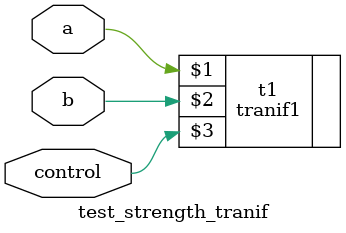
<source format=v>

module test_strength_tranif(
  inout a,
  inout b,
  input control
);
  tranif1 t1(a, b, control);  // Connects a to b when control=1
  // tranif0 would connect when control=0
endmodule

</source>
